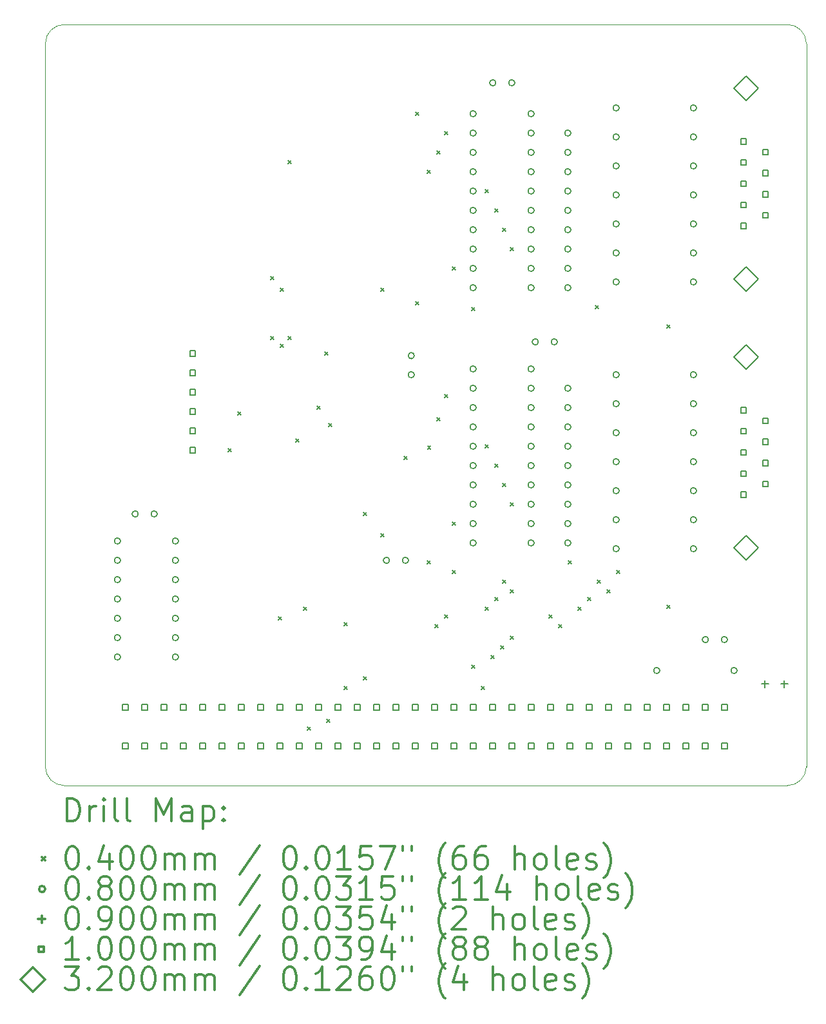
<source format=gbr>
%FSLAX45Y45*%
G04 Gerber Fmt 4.5, Leading zero omitted, Abs format (unit mm)*
G04 Created by KiCad (PCBNEW (5.1.10)-1) date 2021-07-30 10:40:08*
%MOMM*%
%LPD*%
G01*
G04 APERTURE LIST*
%TA.AperFunction,Profile*%
%ADD10C,0.050000*%
%TD*%
%ADD11C,0.200000*%
%ADD12C,0.300000*%
G04 APERTURE END LIST*
D10*
X20000000Y-14750000D02*
X20000000Y-5250000D01*
X10250000Y-15000000D02*
X19750000Y-15000000D01*
X10000000Y-5250000D02*
X10000000Y-14750000D01*
X19750000Y-5000000D02*
X10250000Y-5000000D01*
X10250000Y-15000000D02*
G75*
G02*
X10000000Y-14750000I0J250000D01*
G01*
X10000000Y-5250000D02*
G75*
G02*
X10250000Y-5000000I250000J0D01*
G01*
X19750000Y-5000000D02*
G75*
G02*
X20000000Y-5250000I0J-250000D01*
G01*
X20000000Y-14750000D02*
G75*
G02*
X19750000Y-15000000I-250000J0D01*
G01*
D11*
X12400600Y-10571800D02*
X12440600Y-10611800D01*
X12440600Y-10571800D02*
X12400600Y-10611800D01*
X12527600Y-10089200D02*
X12567600Y-10129200D01*
X12567600Y-10089200D02*
X12527600Y-10129200D01*
X12959400Y-8311200D02*
X12999400Y-8351200D01*
X12999400Y-8311200D02*
X12959400Y-8351200D01*
X12959400Y-9098600D02*
X12999400Y-9138600D01*
X12999400Y-9098600D02*
X12959400Y-9138600D01*
X13061000Y-12781600D02*
X13101000Y-12821600D01*
X13101000Y-12781600D02*
X13061000Y-12821600D01*
X13086400Y-8463601D02*
X13126400Y-8503601D01*
X13126400Y-8463601D02*
X13086400Y-8503601D01*
X13086400Y-9200200D02*
X13126400Y-9240200D01*
X13126400Y-9200200D02*
X13086400Y-9240200D01*
X13188000Y-6787200D02*
X13228000Y-6827200D01*
X13228000Y-6787200D02*
X13188000Y-6827200D01*
X13188000Y-9098600D02*
X13228000Y-9138600D01*
X13228000Y-9098600D02*
X13188000Y-9138600D01*
X13289600Y-10444800D02*
X13329600Y-10484800D01*
X13329600Y-10444800D02*
X13289600Y-10484800D01*
X13391200Y-12654600D02*
X13431200Y-12694600D01*
X13431200Y-12654600D02*
X13391200Y-12694600D01*
X13442000Y-14229400D02*
X13482000Y-14269400D01*
X13482000Y-14229400D02*
X13442000Y-14269400D01*
X13569000Y-10013001D02*
X13609000Y-10053001D01*
X13609000Y-10013001D02*
X13569000Y-10053001D01*
X13670600Y-9301800D02*
X13710600Y-9341800D01*
X13710600Y-9301800D02*
X13670600Y-9341800D01*
X13696000Y-14127800D02*
X13736000Y-14167800D01*
X13736000Y-14127800D02*
X13696000Y-14167800D01*
X13721400Y-10241600D02*
X13761400Y-10281600D01*
X13761400Y-10241600D02*
X13721400Y-10281600D01*
X13924600Y-12857800D02*
X13964600Y-12897800D01*
X13964600Y-12857800D02*
X13924600Y-12897800D01*
X13924600Y-13696000D02*
X13964600Y-13736000D01*
X13964600Y-13696000D02*
X13924600Y-13736000D01*
X14178600Y-11410000D02*
X14218600Y-11450000D01*
X14218600Y-11410000D02*
X14178600Y-11450000D01*
X14178600Y-13569000D02*
X14218600Y-13609000D01*
X14218600Y-13569000D02*
X14178600Y-13609000D01*
X14407200Y-8463600D02*
X14447200Y-8503600D01*
X14447200Y-8463600D02*
X14407200Y-8503600D01*
X14407200Y-11689400D02*
X14447200Y-11729400D01*
X14447200Y-11689400D02*
X14407200Y-11729400D01*
X14712000Y-10673400D02*
X14752000Y-10713400D01*
X14752000Y-10673400D02*
X14712000Y-10713400D01*
X14864400Y-6152200D02*
X14904400Y-6192200D01*
X14904400Y-6152200D02*
X14864400Y-6192200D01*
X14864400Y-8641400D02*
X14904400Y-8681400D01*
X14904400Y-8641400D02*
X14864400Y-8681400D01*
X15016800Y-6914200D02*
X15056800Y-6954200D01*
X15056800Y-6914200D02*
X15016800Y-6954200D01*
X15016800Y-12045000D02*
X15056800Y-12085000D01*
X15056800Y-12045000D02*
X15016800Y-12085000D01*
X15022800Y-10540400D02*
X15062800Y-10580400D01*
X15062800Y-10540400D02*
X15022800Y-10580400D01*
X15118400Y-12883200D02*
X15158400Y-12923200D01*
X15158400Y-12883200D02*
X15118400Y-12923200D01*
X15143800Y-6660200D02*
X15183800Y-6700200D01*
X15183800Y-6660200D02*
X15143800Y-6700200D01*
X15143800Y-10165400D02*
X15183800Y-10205400D01*
X15183800Y-10165400D02*
X15143800Y-10205400D01*
X15245400Y-6406200D02*
X15285400Y-6446200D01*
X15285400Y-6406200D02*
X15245400Y-6446200D01*
X15245400Y-9860600D02*
X15285400Y-9900600D01*
X15285400Y-9860600D02*
X15245400Y-9900600D01*
X15245400Y-12756200D02*
X15285400Y-12796200D01*
X15285400Y-12756200D02*
X15245400Y-12796200D01*
X15347000Y-8184200D02*
X15387000Y-8224200D01*
X15387000Y-8184200D02*
X15347000Y-8224200D01*
X15347000Y-11537000D02*
X15387000Y-11577000D01*
X15387000Y-11537000D02*
X15347000Y-11577000D01*
X15347000Y-12172000D02*
X15387000Y-12212000D01*
X15387000Y-12172000D02*
X15347000Y-12212000D01*
X15601000Y-8717600D02*
X15641000Y-8757600D01*
X15641000Y-8717600D02*
X15601000Y-8757600D01*
X15601000Y-13416600D02*
X15641000Y-13456600D01*
X15641000Y-13416600D02*
X15601000Y-13456600D01*
X15728000Y-13696000D02*
X15768000Y-13736000D01*
X15768000Y-13696000D02*
X15728000Y-13736000D01*
X15778800Y-7168200D02*
X15818800Y-7208200D01*
X15818800Y-7168200D02*
X15778800Y-7208200D01*
X15778800Y-10521000D02*
X15818800Y-10561000D01*
X15818800Y-10521000D02*
X15778800Y-10561000D01*
X15778800Y-12654600D02*
X15818800Y-12694600D01*
X15818800Y-12654600D02*
X15778800Y-12694600D01*
X15855000Y-13289600D02*
X15895000Y-13329600D01*
X15895000Y-13289600D02*
X15855000Y-13329600D01*
X15905800Y-7422200D02*
X15945800Y-7462200D01*
X15945800Y-7422200D02*
X15905800Y-7462200D01*
X15905800Y-10775000D02*
X15945800Y-10815000D01*
X15945800Y-10775000D02*
X15905800Y-10815000D01*
X15905800Y-12527600D02*
X15945800Y-12567600D01*
X15945800Y-12527600D02*
X15905800Y-12567600D01*
X15982000Y-13162600D02*
X16022000Y-13202600D01*
X16022000Y-13162600D02*
X15982000Y-13202600D01*
X16007400Y-7676200D02*
X16047400Y-7716200D01*
X16047400Y-7676200D02*
X16007400Y-7716200D01*
X16007400Y-11029000D02*
X16047400Y-11069000D01*
X16047400Y-11029000D02*
X16007400Y-11069000D01*
X16007400Y-12299000D02*
X16047400Y-12339000D01*
X16047400Y-12299000D02*
X16007400Y-12339000D01*
X16109000Y-12426000D02*
X16149000Y-12466000D01*
X16149000Y-12426000D02*
X16109000Y-12466000D01*
X16109000Y-7930200D02*
X16149000Y-7970200D01*
X16149000Y-7930200D02*
X16109000Y-7970200D01*
X16109000Y-11283000D02*
X16149000Y-11323000D01*
X16149000Y-11283000D02*
X16109000Y-11323000D01*
X16109000Y-13035600D02*
X16149000Y-13075600D01*
X16149000Y-13035600D02*
X16109000Y-13075600D01*
X16617000Y-12756200D02*
X16657000Y-12796200D01*
X16657000Y-12756200D02*
X16617000Y-12796200D01*
X16744000Y-12883200D02*
X16784000Y-12923200D01*
X16784000Y-12883200D02*
X16744000Y-12923200D01*
X16871000Y-12045000D02*
X16911000Y-12085000D01*
X16911000Y-12045000D02*
X16871000Y-12085000D01*
X16998000Y-12654600D02*
X17038000Y-12694600D01*
X17038000Y-12654600D02*
X16998000Y-12694600D01*
X17125000Y-12527600D02*
X17165000Y-12567600D01*
X17165000Y-12527600D02*
X17125000Y-12567600D01*
X17226600Y-8692200D02*
X17266600Y-8732200D01*
X17266600Y-8692200D02*
X17226600Y-8732200D01*
X17251999Y-12299000D02*
X17291999Y-12339000D01*
X17291999Y-12299000D02*
X17251999Y-12339000D01*
X17379000Y-12426000D02*
X17419000Y-12466000D01*
X17419000Y-12426000D02*
X17379000Y-12466000D01*
X17506000Y-12172000D02*
X17546000Y-12212000D01*
X17546000Y-12172000D02*
X17506000Y-12212000D01*
X18166400Y-8946200D02*
X18206400Y-8986200D01*
X18206400Y-8946200D02*
X18166400Y-8986200D01*
X18166400Y-12629200D02*
X18206400Y-12669200D01*
X18206400Y-12629200D02*
X18166400Y-12669200D01*
X10987400Y-11785600D02*
G75*
G03*
X10987400Y-11785600I-40000J0D01*
G01*
X10987400Y-12039600D02*
G75*
G03*
X10987400Y-12039600I-40000J0D01*
G01*
X10987400Y-12293600D02*
G75*
G03*
X10987400Y-12293600I-40000J0D01*
G01*
X10987400Y-12547600D02*
G75*
G03*
X10987400Y-12547600I-40000J0D01*
G01*
X10987400Y-12801600D02*
G75*
G03*
X10987400Y-12801600I-40000J0D01*
G01*
X10987400Y-13055600D02*
G75*
G03*
X10987400Y-13055600I-40000J0D01*
G01*
X10987400Y-13309600D02*
G75*
G03*
X10987400Y-13309600I-40000J0D01*
G01*
X11220000Y-11430000D02*
G75*
G03*
X11220000Y-11430000I-40000J0D01*
G01*
X11470000Y-11430000D02*
G75*
G03*
X11470000Y-11430000I-40000J0D01*
G01*
X11749400Y-11785600D02*
G75*
G03*
X11749400Y-11785600I-40000J0D01*
G01*
X11749400Y-12039600D02*
G75*
G03*
X11749400Y-12039600I-40000J0D01*
G01*
X11749400Y-12293600D02*
G75*
G03*
X11749400Y-12293600I-40000J0D01*
G01*
X11749400Y-12547600D02*
G75*
G03*
X11749400Y-12547600I-40000J0D01*
G01*
X11749400Y-12801600D02*
G75*
G03*
X11749400Y-12801600I-40000J0D01*
G01*
X11749400Y-13055600D02*
G75*
G03*
X11749400Y-13055600I-40000J0D01*
G01*
X11749400Y-13309600D02*
G75*
G03*
X11749400Y-13309600I-40000J0D01*
G01*
X14522000Y-12039600D02*
G75*
G03*
X14522000Y-12039600I-40000J0D01*
G01*
X14772000Y-12039600D02*
G75*
G03*
X14772000Y-12039600I-40000J0D01*
G01*
X14848200Y-9351200D02*
G75*
G03*
X14848200Y-9351200I-40000J0D01*
G01*
X14848200Y-9601200D02*
G75*
G03*
X14848200Y-9601200I-40000J0D01*
G01*
X15661000Y-6172200D02*
G75*
G03*
X15661000Y-6172200I-40000J0D01*
G01*
X15661000Y-6426200D02*
G75*
G03*
X15661000Y-6426200I-40000J0D01*
G01*
X15661000Y-6680200D02*
G75*
G03*
X15661000Y-6680200I-40000J0D01*
G01*
X15661000Y-6934200D02*
G75*
G03*
X15661000Y-6934200I-40000J0D01*
G01*
X15661000Y-7188200D02*
G75*
G03*
X15661000Y-7188200I-40000J0D01*
G01*
X15661000Y-7442200D02*
G75*
G03*
X15661000Y-7442200I-40000J0D01*
G01*
X15661000Y-7696200D02*
G75*
G03*
X15661000Y-7696200I-40000J0D01*
G01*
X15661000Y-7950200D02*
G75*
G03*
X15661000Y-7950200I-40000J0D01*
G01*
X15661000Y-8204200D02*
G75*
G03*
X15661000Y-8204200I-40000J0D01*
G01*
X15661000Y-8458200D02*
G75*
G03*
X15661000Y-8458200I-40000J0D01*
G01*
X15661000Y-9525000D02*
G75*
G03*
X15661000Y-9525000I-40000J0D01*
G01*
X15661000Y-9779000D02*
G75*
G03*
X15661000Y-9779000I-40000J0D01*
G01*
X15661000Y-10033000D02*
G75*
G03*
X15661000Y-10033000I-40000J0D01*
G01*
X15661000Y-10287000D02*
G75*
G03*
X15661000Y-10287000I-40000J0D01*
G01*
X15661000Y-10541000D02*
G75*
G03*
X15661000Y-10541000I-40000J0D01*
G01*
X15661000Y-10795000D02*
G75*
G03*
X15661000Y-10795000I-40000J0D01*
G01*
X15661000Y-11049000D02*
G75*
G03*
X15661000Y-11049000I-40000J0D01*
G01*
X15661000Y-11303000D02*
G75*
G03*
X15661000Y-11303000I-40000J0D01*
G01*
X15661000Y-11557000D02*
G75*
G03*
X15661000Y-11557000I-40000J0D01*
G01*
X15661000Y-11811000D02*
G75*
G03*
X15661000Y-11811000I-40000J0D01*
G01*
X15919000Y-5765800D02*
G75*
G03*
X15919000Y-5765800I-40000J0D01*
G01*
X16169000Y-5765800D02*
G75*
G03*
X16169000Y-5765800I-40000J0D01*
G01*
X16423000Y-6172200D02*
G75*
G03*
X16423000Y-6172200I-40000J0D01*
G01*
X16423000Y-6426200D02*
G75*
G03*
X16423000Y-6426200I-40000J0D01*
G01*
X16423000Y-6680200D02*
G75*
G03*
X16423000Y-6680200I-40000J0D01*
G01*
X16423000Y-6934200D02*
G75*
G03*
X16423000Y-6934200I-40000J0D01*
G01*
X16423000Y-7188200D02*
G75*
G03*
X16423000Y-7188200I-40000J0D01*
G01*
X16423000Y-7442200D02*
G75*
G03*
X16423000Y-7442200I-40000J0D01*
G01*
X16423000Y-7696200D02*
G75*
G03*
X16423000Y-7696200I-40000J0D01*
G01*
X16423000Y-7950200D02*
G75*
G03*
X16423000Y-7950200I-40000J0D01*
G01*
X16423000Y-8204200D02*
G75*
G03*
X16423000Y-8204200I-40000J0D01*
G01*
X16423000Y-8458200D02*
G75*
G03*
X16423000Y-8458200I-40000J0D01*
G01*
X16423000Y-9525000D02*
G75*
G03*
X16423000Y-9525000I-40000J0D01*
G01*
X16423000Y-9779000D02*
G75*
G03*
X16423000Y-9779000I-40000J0D01*
G01*
X16423000Y-10033000D02*
G75*
G03*
X16423000Y-10033000I-40000J0D01*
G01*
X16423000Y-10287000D02*
G75*
G03*
X16423000Y-10287000I-40000J0D01*
G01*
X16423000Y-10541000D02*
G75*
G03*
X16423000Y-10541000I-40000J0D01*
G01*
X16423000Y-10795000D02*
G75*
G03*
X16423000Y-10795000I-40000J0D01*
G01*
X16423000Y-11049000D02*
G75*
G03*
X16423000Y-11049000I-40000J0D01*
G01*
X16423000Y-11303000D02*
G75*
G03*
X16423000Y-11303000I-40000J0D01*
G01*
X16423000Y-11557000D02*
G75*
G03*
X16423000Y-11557000I-40000J0D01*
G01*
X16423000Y-11811000D02*
G75*
G03*
X16423000Y-11811000I-40000J0D01*
G01*
X16477800Y-9169400D02*
G75*
G03*
X16477800Y-9169400I-40000J0D01*
G01*
X16727800Y-9169400D02*
G75*
G03*
X16727800Y-9169400I-40000J0D01*
G01*
X16905600Y-6426200D02*
G75*
G03*
X16905600Y-6426200I-40000J0D01*
G01*
X16905600Y-6680200D02*
G75*
G03*
X16905600Y-6680200I-40000J0D01*
G01*
X16905600Y-6934200D02*
G75*
G03*
X16905600Y-6934200I-40000J0D01*
G01*
X16905600Y-7188200D02*
G75*
G03*
X16905600Y-7188200I-40000J0D01*
G01*
X16905600Y-7442200D02*
G75*
G03*
X16905600Y-7442200I-40000J0D01*
G01*
X16905600Y-7696200D02*
G75*
G03*
X16905600Y-7696200I-40000J0D01*
G01*
X16905600Y-7950200D02*
G75*
G03*
X16905600Y-7950200I-40000J0D01*
G01*
X16905600Y-8204200D02*
G75*
G03*
X16905600Y-8204200I-40000J0D01*
G01*
X16905600Y-8458200D02*
G75*
G03*
X16905600Y-8458200I-40000J0D01*
G01*
X16905600Y-9779000D02*
G75*
G03*
X16905600Y-9779000I-40000J0D01*
G01*
X16905600Y-10033000D02*
G75*
G03*
X16905600Y-10033000I-40000J0D01*
G01*
X16905600Y-10287000D02*
G75*
G03*
X16905600Y-10287000I-40000J0D01*
G01*
X16905600Y-10541000D02*
G75*
G03*
X16905600Y-10541000I-40000J0D01*
G01*
X16905600Y-10795000D02*
G75*
G03*
X16905600Y-10795000I-40000J0D01*
G01*
X16905600Y-11049000D02*
G75*
G03*
X16905600Y-11049000I-40000J0D01*
G01*
X16905600Y-11303000D02*
G75*
G03*
X16905600Y-11303000I-40000J0D01*
G01*
X16905600Y-11557000D02*
G75*
G03*
X16905600Y-11557000I-40000J0D01*
G01*
X16905600Y-11811000D02*
G75*
G03*
X16905600Y-11811000I-40000J0D01*
G01*
X17540600Y-6096000D02*
G75*
G03*
X17540600Y-6096000I-40000J0D01*
G01*
X17540600Y-6477000D02*
G75*
G03*
X17540600Y-6477000I-40000J0D01*
G01*
X17540600Y-6858000D02*
G75*
G03*
X17540600Y-6858000I-40000J0D01*
G01*
X17540600Y-7239000D02*
G75*
G03*
X17540600Y-7239000I-40000J0D01*
G01*
X17540600Y-7620000D02*
G75*
G03*
X17540600Y-7620000I-40000J0D01*
G01*
X17540600Y-8001000D02*
G75*
G03*
X17540600Y-8001000I-40000J0D01*
G01*
X17540600Y-8382000D02*
G75*
G03*
X17540600Y-8382000I-40000J0D01*
G01*
X17540600Y-9601200D02*
G75*
G03*
X17540600Y-9601200I-40000J0D01*
G01*
X17540600Y-9982200D02*
G75*
G03*
X17540600Y-9982200I-40000J0D01*
G01*
X17540600Y-10363200D02*
G75*
G03*
X17540600Y-10363200I-40000J0D01*
G01*
X17540600Y-10744200D02*
G75*
G03*
X17540600Y-10744200I-40000J0D01*
G01*
X17540600Y-11125200D02*
G75*
G03*
X17540600Y-11125200I-40000J0D01*
G01*
X17540600Y-11506200D02*
G75*
G03*
X17540600Y-11506200I-40000J0D01*
G01*
X17540600Y-11887200D02*
G75*
G03*
X17540600Y-11887200I-40000J0D01*
G01*
X18074000Y-13487400D02*
G75*
G03*
X18074000Y-13487400I-40000J0D01*
G01*
X18556600Y-6096000D02*
G75*
G03*
X18556600Y-6096000I-40000J0D01*
G01*
X18556600Y-6477000D02*
G75*
G03*
X18556600Y-6477000I-40000J0D01*
G01*
X18556600Y-6858000D02*
G75*
G03*
X18556600Y-6858000I-40000J0D01*
G01*
X18556600Y-7239000D02*
G75*
G03*
X18556600Y-7239000I-40000J0D01*
G01*
X18556600Y-7620000D02*
G75*
G03*
X18556600Y-7620000I-40000J0D01*
G01*
X18556600Y-8001000D02*
G75*
G03*
X18556600Y-8001000I-40000J0D01*
G01*
X18556600Y-8382000D02*
G75*
G03*
X18556600Y-8382000I-40000J0D01*
G01*
X18556600Y-9601200D02*
G75*
G03*
X18556600Y-9601200I-40000J0D01*
G01*
X18556600Y-9982200D02*
G75*
G03*
X18556600Y-9982200I-40000J0D01*
G01*
X18556600Y-10363200D02*
G75*
G03*
X18556600Y-10363200I-40000J0D01*
G01*
X18556600Y-10744200D02*
G75*
G03*
X18556600Y-10744200I-40000J0D01*
G01*
X18556600Y-11125200D02*
G75*
G03*
X18556600Y-11125200I-40000J0D01*
G01*
X18556600Y-11506200D02*
G75*
G03*
X18556600Y-11506200I-40000J0D01*
G01*
X18556600Y-11887200D02*
G75*
G03*
X18556600Y-11887200I-40000J0D01*
G01*
X18713000Y-13081000D02*
G75*
G03*
X18713000Y-13081000I-40000J0D01*
G01*
X18963000Y-13081000D02*
G75*
G03*
X18963000Y-13081000I-40000J0D01*
G01*
X19090000Y-13487400D02*
G75*
G03*
X19090000Y-13487400I-40000J0D01*
G01*
X19456400Y-13620200D02*
X19456400Y-13710200D01*
X19411400Y-13665200D02*
X19501400Y-13665200D01*
X19710400Y-13620200D02*
X19710400Y-13710200D01*
X19665400Y-13665200D02*
X19755400Y-13665200D01*
X11086156Y-14007356D02*
X11086156Y-13936644D01*
X11015444Y-13936644D01*
X11015444Y-14007356D01*
X11086156Y-14007356D01*
X11086156Y-14515356D02*
X11086156Y-14444644D01*
X11015444Y-14444644D01*
X11015444Y-14515356D01*
X11086156Y-14515356D01*
X11340156Y-14007356D02*
X11340156Y-13936644D01*
X11269444Y-13936644D01*
X11269444Y-14007356D01*
X11340156Y-14007356D01*
X11340156Y-14515356D02*
X11340156Y-14444644D01*
X11269444Y-14444644D01*
X11269444Y-14515356D01*
X11340156Y-14515356D01*
X11594156Y-14007356D02*
X11594156Y-13936644D01*
X11523444Y-13936644D01*
X11523444Y-14007356D01*
X11594156Y-14007356D01*
X11594156Y-14515356D02*
X11594156Y-14444644D01*
X11523444Y-14444644D01*
X11523444Y-14515356D01*
X11594156Y-14515356D01*
X11848156Y-14007356D02*
X11848156Y-13936644D01*
X11777444Y-13936644D01*
X11777444Y-14007356D01*
X11848156Y-14007356D01*
X11848156Y-14515356D02*
X11848156Y-14444644D01*
X11777444Y-14444644D01*
X11777444Y-14515356D01*
X11848156Y-14515356D01*
X11973356Y-9357156D02*
X11973356Y-9286444D01*
X11902644Y-9286444D01*
X11902644Y-9357156D01*
X11973356Y-9357156D01*
X11973356Y-9611156D02*
X11973356Y-9540444D01*
X11902644Y-9540444D01*
X11902644Y-9611156D01*
X11973356Y-9611156D01*
X11973356Y-9865156D02*
X11973356Y-9794444D01*
X11902644Y-9794444D01*
X11902644Y-9865156D01*
X11973356Y-9865156D01*
X11973356Y-10119156D02*
X11973356Y-10048444D01*
X11902644Y-10048444D01*
X11902644Y-10119156D01*
X11973356Y-10119156D01*
X11973356Y-10373156D02*
X11973356Y-10302444D01*
X11902644Y-10302444D01*
X11902644Y-10373156D01*
X11973356Y-10373156D01*
X11973356Y-10627156D02*
X11973356Y-10556444D01*
X11902644Y-10556444D01*
X11902644Y-10627156D01*
X11973356Y-10627156D01*
X12102156Y-14007356D02*
X12102156Y-13936644D01*
X12031444Y-13936644D01*
X12031444Y-14007356D01*
X12102156Y-14007356D01*
X12102156Y-14515356D02*
X12102156Y-14444644D01*
X12031444Y-14444644D01*
X12031444Y-14515356D01*
X12102156Y-14515356D01*
X12356156Y-14007356D02*
X12356156Y-13936644D01*
X12285444Y-13936644D01*
X12285444Y-14007356D01*
X12356156Y-14007356D01*
X12356156Y-14515356D02*
X12356156Y-14444644D01*
X12285444Y-14444644D01*
X12285444Y-14515356D01*
X12356156Y-14515356D01*
X12610156Y-14007356D02*
X12610156Y-13936644D01*
X12539444Y-13936644D01*
X12539444Y-14007356D01*
X12610156Y-14007356D01*
X12610156Y-14515356D02*
X12610156Y-14444644D01*
X12539444Y-14444644D01*
X12539444Y-14515356D01*
X12610156Y-14515356D01*
X12864156Y-14007356D02*
X12864156Y-13936644D01*
X12793444Y-13936644D01*
X12793444Y-14007356D01*
X12864156Y-14007356D01*
X12864156Y-14515356D02*
X12864156Y-14444644D01*
X12793444Y-14444644D01*
X12793444Y-14515356D01*
X12864156Y-14515356D01*
X13118156Y-14007356D02*
X13118156Y-13936644D01*
X13047444Y-13936644D01*
X13047444Y-14007356D01*
X13118156Y-14007356D01*
X13118156Y-14515356D02*
X13118156Y-14444644D01*
X13047444Y-14444644D01*
X13047444Y-14515356D01*
X13118156Y-14515356D01*
X13372156Y-14007356D02*
X13372156Y-13936644D01*
X13301444Y-13936644D01*
X13301444Y-14007356D01*
X13372156Y-14007356D01*
X13372156Y-14515356D02*
X13372156Y-14444644D01*
X13301444Y-14444644D01*
X13301444Y-14515356D01*
X13372156Y-14515356D01*
X13626156Y-14007356D02*
X13626156Y-13936644D01*
X13555444Y-13936644D01*
X13555444Y-14007356D01*
X13626156Y-14007356D01*
X13626156Y-14515356D02*
X13626156Y-14444644D01*
X13555444Y-14444644D01*
X13555444Y-14515356D01*
X13626156Y-14515356D01*
X13880156Y-14007356D02*
X13880156Y-13936644D01*
X13809444Y-13936644D01*
X13809444Y-14007356D01*
X13880156Y-14007356D01*
X13880156Y-14515356D02*
X13880156Y-14444644D01*
X13809444Y-14444644D01*
X13809444Y-14515356D01*
X13880156Y-14515356D01*
X14134156Y-14007356D02*
X14134156Y-13936644D01*
X14063444Y-13936644D01*
X14063444Y-14007356D01*
X14134156Y-14007356D01*
X14134156Y-14515356D02*
X14134156Y-14444644D01*
X14063444Y-14444644D01*
X14063444Y-14515356D01*
X14134156Y-14515356D01*
X14388156Y-14007356D02*
X14388156Y-13936644D01*
X14317444Y-13936644D01*
X14317444Y-14007356D01*
X14388156Y-14007356D01*
X14388156Y-14515356D02*
X14388156Y-14444644D01*
X14317444Y-14444644D01*
X14317444Y-14515356D01*
X14388156Y-14515356D01*
X14642156Y-14007356D02*
X14642156Y-13936644D01*
X14571444Y-13936644D01*
X14571444Y-14007356D01*
X14642156Y-14007356D01*
X14642156Y-14515356D02*
X14642156Y-14444644D01*
X14571444Y-14444644D01*
X14571444Y-14515356D01*
X14642156Y-14515356D01*
X14896156Y-14007356D02*
X14896156Y-13936644D01*
X14825444Y-13936644D01*
X14825444Y-14007356D01*
X14896156Y-14007356D01*
X14896156Y-14515356D02*
X14896156Y-14444644D01*
X14825444Y-14444644D01*
X14825444Y-14515356D01*
X14896156Y-14515356D01*
X15150156Y-14007356D02*
X15150156Y-13936644D01*
X15079444Y-13936644D01*
X15079444Y-14007356D01*
X15150156Y-14007356D01*
X15150156Y-14515356D02*
X15150156Y-14444644D01*
X15079444Y-14444644D01*
X15079444Y-14515356D01*
X15150156Y-14515356D01*
X15404156Y-14007356D02*
X15404156Y-13936644D01*
X15333444Y-13936644D01*
X15333444Y-14007356D01*
X15404156Y-14007356D01*
X15404156Y-14515356D02*
X15404156Y-14444644D01*
X15333444Y-14444644D01*
X15333444Y-14515356D01*
X15404156Y-14515356D01*
X15658156Y-14007356D02*
X15658156Y-13936644D01*
X15587444Y-13936644D01*
X15587444Y-14007356D01*
X15658156Y-14007356D01*
X15658156Y-14515356D02*
X15658156Y-14444644D01*
X15587444Y-14444644D01*
X15587444Y-14515356D01*
X15658156Y-14515356D01*
X15912156Y-14007356D02*
X15912156Y-13936644D01*
X15841444Y-13936644D01*
X15841444Y-14007356D01*
X15912156Y-14007356D01*
X15912156Y-14515356D02*
X15912156Y-14444644D01*
X15841444Y-14444644D01*
X15841444Y-14515356D01*
X15912156Y-14515356D01*
X16166156Y-14007356D02*
X16166156Y-13936644D01*
X16095444Y-13936644D01*
X16095444Y-14007356D01*
X16166156Y-14007356D01*
X16166156Y-14515356D02*
X16166156Y-14444644D01*
X16095444Y-14444644D01*
X16095444Y-14515356D01*
X16166156Y-14515356D01*
X16420156Y-14007356D02*
X16420156Y-13936644D01*
X16349444Y-13936644D01*
X16349444Y-14007356D01*
X16420156Y-14007356D01*
X16420156Y-14515356D02*
X16420156Y-14444644D01*
X16349444Y-14444644D01*
X16349444Y-14515356D01*
X16420156Y-14515356D01*
X16674156Y-14007356D02*
X16674156Y-13936644D01*
X16603444Y-13936644D01*
X16603444Y-14007356D01*
X16674156Y-14007356D01*
X16674156Y-14515356D02*
X16674156Y-14444644D01*
X16603444Y-14444644D01*
X16603444Y-14515356D01*
X16674156Y-14515356D01*
X16928156Y-14007356D02*
X16928156Y-13936644D01*
X16857444Y-13936644D01*
X16857444Y-14007356D01*
X16928156Y-14007356D01*
X16928156Y-14515356D02*
X16928156Y-14444644D01*
X16857444Y-14444644D01*
X16857444Y-14515356D01*
X16928156Y-14515356D01*
X17182156Y-14007356D02*
X17182156Y-13936644D01*
X17111444Y-13936644D01*
X17111444Y-14007356D01*
X17182156Y-14007356D01*
X17182156Y-14515356D02*
X17182156Y-14444644D01*
X17111444Y-14444644D01*
X17111444Y-14515356D01*
X17182156Y-14515356D01*
X17436156Y-14007356D02*
X17436156Y-13936644D01*
X17365444Y-13936644D01*
X17365444Y-14007356D01*
X17436156Y-14007356D01*
X17436156Y-14515356D02*
X17436156Y-14444644D01*
X17365444Y-14444644D01*
X17365444Y-14515356D01*
X17436156Y-14515356D01*
X17690156Y-14007356D02*
X17690156Y-13936644D01*
X17619444Y-13936644D01*
X17619444Y-14007356D01*
X17690156Y-14007356D01*
X17690156Y-14515356D02*
X17690156Y-14444644D01*
X17619444Y-14444644D01*
X17619444Y-14515356D01*
X17690156Y-14515356D01*
X17944156Y-14007356D02*
X17944156Y-13936644D01*
X17873444Y-13936644D01*
X17873444Y-14007356D01*
X17944156Y-14007356D01*
X17944156Y-14515356D02*
X17944156Y-14444644D01*
X17873444Y-14444644D01*
X17873444Y-14515356D01*
X17944156Y-14515356D01*
X18198156Y-14007356D02*
X18198156Y-13936644D01*
X18127444Y-13936644D01*
X18127444Y-14007356D01*
X18198156Y-14007356D01*
X18198156Y-14515356D02*
X18198156Y-14444644D01*
X18127444Y-14444644D01*
X18127444Y-14515356D01*
X18198156Y-14515356D01*
X18452156Y-14007356D02*
X18452156Y-13936644D01*
X18381444Y-13936644D01*
X18381444Y-14007356D01*
X18452156Y-14007356D01*
X18452156Y-14515356D02*
X18452156Y-14444644D01*
X18381444Y-14444644D01*
X18381444Y-14515356D01*
X18452156Y-14515356D01*
X18706156Y-14007356D02*
X18706156Y-13936644D01*
X18635444Y-13936644D01*
X18635444Y-14007356D01*
X18706156Y-14007356D01*
X18706156Y-14515356D02*
X18706156Y-14444644D01*
X18635444Y-14444644D01*
X18635444Y-14515356D01*
X18706156Y-14515356D01*
X18960156Y-14007356D02*
X18960156Y-13936644D01*
X18889444Y-13936644D01*
X18889444Y-14007356D01*
X18960156Y-14007356D01*
X18960156Y-14515356D02*
X18960156Y-14444644D01*
X18889444Y-14444644D01*
X18889444Y-14515356D01*
X18960156Y-14515356D01*
X19212356Y-6572756D02*
X19212356Y-6502044D01*
X19141644Y-6502044D01*
X19141644Y-6572756D01*
X19212356Y-6572756D01*
X19212356Y-6849756D02*
X19212356Y-6779044D01*
X19141644Y-6779044D01*
X19141644Y-6849756D01*
X19212356Y-6849756D01*
X19212356Y-7126756D02*
X19212356Y-7056044D01*
X19141644Y-7056044D01*
X19141644Y-7126756D01*
X19212356Y-7126756D01*
X19212356Y-7403756D02*
X19212356Y-7333044D01*
X19141644Y-7333044D01*
X19141644Y-7403756D01*
X19212356Y-7403756D01*
X19212356Y-7680756D02*
X19212356Y-7610044D01*
X19141644Y-7610044D01*
X19141644Y-7680756D01*
X19212356Y-7680756D01*
X19212356Y-10103356D02*
X19212356Y-10032644D01*
X19141644Y-10032644D01*
X19141644Y-10103356D01*
X19212356Y-10103356D01*
X19212356Y-10380356D02*
X19212356Y-10309644D01*
X19141644Y-10309644D01*
X19141644Y-10380356D01*
X19212356Y-10380356D01*
X19212356Y-10657356D02*
X19212356Y-10586644D01*
X19141644Y-10586644D01*
X19141644Y-10657356D01*
X19212356Y-10657356D01*
X19212356Y-10934356D02*
X19212356Y-10863644D01*
X19141644Y-10863644D01*
X19141644Y-10934356D01*
X19212356Y-10934356D01*
X19212356Y-11211356D02*
X19212356Y-11140644D01*
X19141644Y-11140644D01*
X19141644Y-11211356D01*
X19212356Y-11211356D01*
X19496356Y-6711256D02*
X19496356Y-6640544D01*
X19425644Y-6640544D01*
X19425644Y-6711256D01*
X19496356Y-6711256D01*
X19496356Y-6988256D02*
X19496356Y-6917544D01*
X19425644Y-6917544D01*
X19425644Y-6988256D01*
X19496356Y-6988256D01*
X19496356Y-7265256D02*
X19496356Y-7194544D01*
X19425644Y-7194544D01*
X19425644Y-7265256D01*
X19496356Y-7265256D01*
X19496356Y-7542256D02*
X19496356Y-7471544D01*
X19425644Y-7471544D01*
X19425644Y-7542256D01*
X19496356Y-7542256D01*
X19496356Y-10241856D02*
X19496356Y-10171144D01*
X19425644Y-10171144D01*
X19425644Y-10241856D01*
X19496356Y-10241856D01*
X19496356Y-10518856D02*
X19496356Y-10448144D01*
X19425644Y-10448144D01*
X19425644Y-10518856D01*
X19496356Y-10518856D01*
X19496356Y-10795856D02*
X19496356Y-10725144D01*
X19425644Y-10725144D01*
X19425644Y-10795856D01*
X19496356Y-10795856D01*
X19496356Y-11072856D02*
X19496356Y-11002144D01*
X19425644Y-11002144D01*
X19425644Y-11072856D01*
X19496356Y-11072856D01*
X19207000Y-6001400D02*
X19367000Y-5841400D01*
X19207000Y-5681400D01*
X19047000Y-5841400D01*
X19207000Y-6001400D01*
X19207000Y-8501400D02*
X19367000Y-8341400D01*
X19207000Y-8181400D01*
X19047000Y-8341400D01*
X19207000Y-8501400D01*
X19207000Y-9532000D02*
X19367000Y-9372000D01*
X19207000Y-9212000D01*
X19047000Y-9372000D01*
X19207000Y-9532000D01*
X19207000Y-12032000D02*
X19367000Y-11872000D01*
X19207000Y-11712000D01*
X19047000Y-11872000D01*
X19207000Y-12032000D01*
D12*
X10283928Y-15468214D02*
X10283928Y-15168214D01*
X10355357Y-15168214D01*
X10398214Y-15182500D01*
X10426786Y-15211071D01*
X10441071Y-15239643D01*
X10455357Y-15296786D01*
X10455357Y-15339643D01*
X10441071Y-15396786D01*
X10426786Y-15425357D01*
X10398214Y-15453929D01*
X10355357Y-15468214D01*
X10283928Y-15468214D01*
X10583928Y-15468214D02*
X10583928Y-15268214D01*
X10583928Y-15325357D02*
X10598214Y-15296786D01*
X10612500Y-15282500D01*
X10641071Y-15268214D01*
X10669643Y-15268214D01*
X10769643Y-15468214D02*
X10769643Y-15268214D01*
X10769643Y-15168214D02*
X10755357Y-15182500D01*
X10769643Y-15196786D01*
X10783928Y-15182500D01*
X10769643Y-15168214D01*
X10769643Y-15196786D01*
X10955357Y-15468214D02*
X10926786Y-15453929D01*
X10912500Y-15425357D01*
X10912500Y-15168214D01*
X11112500Y-15468214D02*
X11083928Y-15453929D01*
X11069643Y-15425357D01*
X11069643Y-15168214D01*
X11455357Y-15468214D02*
X11455357Y-15168214D01*
X11555357Y-15382500D01*
X11655357Y-15168214D01*
X11655357Y-15468214D01*
X11926786Y-15468214D02*
X11926786Y-15311071D01*
X11912500Y-15282500D01*
X11883928Y-15268214D01*
X11826786Y-15268214D01*
X11798214Y-15282500D01*
X11926786Y-15453929D02*
X11898214Y-15468214D01*
X11826786Y-15468214D01*
X11798214Y-15453929D01*
X11783928Y-15425357D01*
X11783928Y-15396786D01*
X11798214Y-15368214D01*
X11826786Y-15353929D01*
X11898214Y-15353929D01*
X11926786Y-15339643D01*
X12069643Y-15268214D02*
X12069643Y-15568214D01*
X12069643Y-15282500D02*
X12098214Y-15268214D01*
X12155357Y-15268214D01*
X12183928Y-15282500D01*
X12198214Y-15296786D01*
X12212500Y-15325357D01*
X12212500Y-15411071D01*
X12198214Y-15439643D01*
X12183928Y-15453929D01*
X12155357Y-15468214D01*
X12098214Y-15468214D01*
X12069643Y-15453929D01*
X12341071Y-15439643D02*
X12355357Y-15453929D01*
X12341071Y-15468214D01*
X12326786Y-15453929D01*
X12341071Y-15439643D01*
X12341071Y-15468214D01*
X12341071Y-15282500D02*
X12355357Y-15296786D01*
X12341071Y-15311071D01*
X12326786Y-15296786D01*
X12341071Y-15282500D01*
X12341071Y-15311071D01*
X9957500Y-15942500D02*
X9997500Y-15982500D01*
X9997500Y-15942500D02*
X9957500Y-15982500D01*
X10341071Y-15798214D02*
X10369643Y-15798214D01*
X10398214Y-15812500D01*
X10412500Y-15826786D01*
X10426786Y-15855357D01*
X10441071Y-15912500D01*
X10441071Y-15983929D01*
X10426786Y-16041071D01*
X10412500Y-16069643D01*
X10398214Y-16083929D01*
X10369643Y-16098214D01*
X10341071Y-16098214D01*
X10312500Y-16083929D01*
X10298214Y-16069643D01*
X10283928Y-16041071D01*
X10269643Y-15983929D01*
X10269643Y-15912500D01*
X10283928Y-15855357D01*
X10298214Y-15826786D01*
X10312500Y-15812500D01*
X10341071Y-15798214D01*
X10569643Y-16069643D02*
X10583928Y-16083929D01*
X10569643Y-16098214D01*
X10555357Y-16083929D01*
X10569643Y-16069643D01*
X10569643Y-16098214D01*
X10841071Y-15898214D02*
X10841071Y-16098214D01*
X10769643Y-15783929D02*
X10698214Y-15998214D01*
X10883928Y-15998214D01*
X11055357Y-15798214D02*
X11083928Y-15798214D01*
X11112500Y-15812500D01*
X11126786Y-15826786D01*
X11141071Y-15855357D01*
X11155357Y-15912500D01*
X11155357Y-15983929D01*
X11141071Y-16041071D01*
X11126786Y-16069643D01*
X11112500Y-16083929D01*
X11083928Y-16098214D01*
X11055357Y-16098214D01*
X11026786Y-16083929D01*
X11012500Y-16069643D01*
X10998214Y-16041071D01*
X10983928Y-15983929D01*
X10983928Y-15912500D01*
X10998214Y-15855357D01*
X11012500Y-15826786D01*
X11026786Y-15812500D01*
X11055357Y-15798214D01*
X11341071Y-15798214D02*
X11369643Y-15798214D01*
X11398214Y-15812500D01*
X11412500Y-15826786D01*
X11426786Y-15855357D01*
X11441071Y-15912500D01*
X11441071Y-15983929D01*
X11426786Y-16041071D01*
X11412500Y-16069643D01*
X11398214Y-16083929D01*
X11369643Y-16098214D01*
X11341071Y-16098214D01*
X11312500Y-16083929D01*
X11298214Y-16069643D01*
X11283928Y-16041071D01*
X11269643Y-15983929D01*
X11269643Y-15912500D01*
X11283928Y-15855357D01*
X11298214Y-15826786D01*
X11312500Y-15812500D01*
X11341071Y-15798214D01*
X11569643Y-16098214D02*
X11569643Y-15898214D01*
X11569643Y-15926786D02*
X11583928Y-15912500D01*
X11612500Y-15898214D01*
X11655357Y-15898214D01*
X11683928Y-15912500D01*
X11698214Y-15941071D01*
X11698214Y-16098214D01*
X11698214Y-15941071D02*
X11712500Y-15912500D01*
X11741071Y-15898214D01*
X11783928Y-15898214D01*
X11812500Y-15912500D01*
X11826786Y-15941071D01*
X11826786Y-16098214D01*
X11969643Y-16098214D02*
X11969643Y-15898214D01*
X11969643Y-15926786D02*
X11983928Y-15912500D01*
X12012500Y-15898214D01*
X12055357Y-15898214D01*
X12083928Y-15912500D01*
X12098214Y-15941071D01*
X12098214Y-16098214D01*
X12098214Y-15941071D02*
X12112500Y-15912500D01*
X12141071Y-15898214D01*
X12183928Y-15898214D01*
X12212500Y-15912500D01*
X12226786Y-15941071D01*
X12226786Y-16098214D01*
X12812500Y-15783929D02*
X12555357Y-16169643D01*
X13198214Y-15798214D02*
X13226786Y-15798214D01*
X13255357Y-15812500D01*
X13269643Y-15826786D01*
X13283928Y-15855357D01*
X13298214Y-15912500D01*
X13298214Y-15983929D01*
X13283928Y-16041071D01*
X13269643Y-16069643D01*
X13255357Y-16083929D01*
X13226786Y-16098214D01*
X13198214Y-16098214D01*
X13169643Y-16083929D01*
X13155357Y-16069643D01*
X13141071Y-16041071D01*
X13126786Y-15983929D01*
X13126786Y-15912500D01*
X13141071Y-15855357D01*
X13155357Y-15826786D01*
X13169643Y-15812500D01*
X13198214Y-15798214D01*
X13426786Y-16069643D02*
X13441071Y-16083929D01*
X13426786Y-16098214D01*
X13412500Y-16083929D01*
X13426786Y-16069643D01*
X13426786Y-16098214D01*
X13626786Y-15798214D02*
X13655357Y-15798214D01*
X13683928Y-15812500D01*
X13698214Y-15826786D01*
X13712500Y-15855357D01*
X13726786Y-15912500D01*
X13726786Y-15983929D01*
X13712500Y-16041071D01*
X13698214Y-16069643D01*
X13683928Y-16083929D01*
X13655357Y-16098214D01*
X13626786Y-16098214D01*
X13598214Y-16083929D01*
X13583928Y-16069643D01*
X13569643Y-16041071D01*
X13555357Y-15983929D01*
X13555357Y-15912500D01*
X13569643Y-15855357D01*
X13583928Y-15826786D01*
X13598214Y-15812500D01*
X13626786Y-15798214D01*
X14012500Y-16098214D02*
X13841071Y-16098214D01*
X13926786Y-16098214D02*
X13926786Y-15798214D01*
X13898214Y-15841071D01*
X13869643Y-15869643D01*
X13841071Y-15883929D01*
X14283928Y-15798214D02*
X14141071Y-15798214D01*
X14126786Y-15941071D01*
X14141071Y-15926786D01*
X14169643Y-15912500D01*
X14241071Y-15912500D01*
X14269643Y-15926786D01*
X14283928Y-15941071D01*
X14298214Y-15969643D01*
X14298214Y-16041071D01*
X14283928Y-16069643D01*
X14269643Y-16083929D01*
X14241071Y-16098214D01*
X14169643Y-16098214D01*
X14141071Y-16083929D01*
X14126786Y-16069643D01*
X14398214Y-15798214D02*
X14598214Y-15798214D01*
X14469643Y-16098214D01*
X14698214Y-15798214D02*
X14698214Y-15855357D01*
X14812500Y-15798214D02*
X14812500Y-15855357D01*
X15255357Y-16212500D02*
X15241071Y-16198214D01*
X15212500Y-16155357D01*
X15198214Y-16126786D01*
X15183928Y-16083929D01*
X15169643Y-16012500D01*
X15169643Y-15955357D01*
X15183928Y-15883929D01*
X15198214Y-15841071D01*
X15212500Y-15812500D01*
X15241071Y-15769643D01*
X15255357Y-15755357D01*
X15498214Y-15798214D02*
X15441071Y-15798214D01*
X15412500Y-15812500D01*
X15398214Y-15826786D01*
X15369643Y-15869643D01*
X15355357Y-15926786D01*
X15355357Y-16041071D01*
X15369643Y-16069643D01*
X15383928Y-16083929D01*
X15412500Y-16098214D01*
X15469643Y-16098214D01*
X15498214Y-16083929D01*
X15512500Y-16069643D01*
X15526786Y-16041071D01*
X15526786Y-15969643D01*
X15512500Y-15941071D01*
X15498214Y-15926786D01*
X15469643Y-15912500D01*
X15412500Y-15912500D01*
X15383928Y-15926786D01*
X15369643Y-15941071D01*
X15355357Y-15969643D01*
X15783928Y-15798214D02*
X15726786Y-15798214D01*
X15698214Y-15812500D01*
X15683928Y-15826786D01*
X15655357Y-15869643D01*
X15641071Y-15926786D01*
X15641071Y-16041071D01*
X15655357Y-16069643D01*
X15669643Y-16083929D01*
X15698214Y-16098214D01*
X15755357Y-16098214D01*
X15783928Y-16083929D01*
X15798214Y-16069643D01*
X15812500Y-16041071D01*
X15812500Y-15969643D01*
X15798214Y-15941071D01*
X15783928Y-15926786D01*
X15755357Y-15912500D01*
X15698214Y-15912500D01*
X15669643Y-15926786D01*
X15655357Y-15941071D01*
X15641071Y-15969643D01*
X16169643Y-16098214D02*
X16169643Y-15798214D01*
X16298214Y-16098214D02*
X16298214Y-15941071D01*
X16283928Y-15912500D01*
X16255357Y-15898214D01*
X16212500Y-15898214D01*
X16183928Y-15912500D01*
X16169643Y-15926786D01*
X16483928Y-16098214D02*
X16455357Y-16083929D01*
X16441071Y-16069643D01*
X16426786Y-16041071D01*
X16426786Y-15955357D01*
X16441071Y-15926786D01*
X16455357Y-15912500D01*
X16483928Y-15898214D01*
X16526786Y-15898214D01*
X16555357Y-15912500D01*
X16569643Y-15926786D01*
X16583928Y-15955357D01*
X16583928Y-16041071D01*
X16569643Y-16069643D01*
X16555357Y-16083929D01*
X16526786Y-16098214D01*
X16483928Y-16098214D01*
X16755357Y-16098214D02*
X16726786Y-16083929D01*
X16712500Y-16055357D01*
X16712500Y-15798214D01*
X16983928Y-16083929D02*
X16955357Y-16098214D01*
X16898214Y-16098214D01*
X16869643Y-16083929D01*
X16855357Y-16055357D01*
X16855357Y-15941071D01*
X16869643Y-15912500D01*
X16898214Y-15898214D01*
X16955357Y-15898214D01*
X16983928Y-15912500D01*
X16998214Y-15941071D01*
X16998214Y-15969643D01*
X16855357Y-15998214D01*
X17112500Y-16083929D02*
X17141071Y-16098214D01*
X17198214Y-16098214D01*
X17226786Y-16083929D01*
X17241071Y-16055357D01*
X17241071Y-16041071D01*
X17226786Y-16012500D01*
X17198214Y-15998214D01*
X17155357Y-15998214D01*
X17126786Y-15983929D01*
X17112500Y-15955357D01*
X17112500Y-15941071D01*
X17126786Y-15912500D01*
X17155357Y-15898214D01*
X17198214Y-15898214D01*
X17226786Y-15912500D01*
X17341071Y-16212500D02*
X17355357Y-16198214D01*
X17383928Y-16155357D01*
X17398214Y-16126786D01*
X17412500Y-16083929D01*
X17426786Y-16012500D01*
X17426786Y-15955357D01*
X17412500Y-15883929D01*
X17398214Y-15841071D01*
X17383928Y-15812500D01*
X17355357Y-15769643D01*
X17341071Y-15755357D01*
X9997500Y-16358500D02*
G75*
G03*
X9997500Y-16358500I-40000J0D01*
G01*
X10341071Y-16194214D02*
X10369643Y-16194214D01*
X10398214Y-16208500D01*
X10412500Y-16222786D01*
X10426786Y-16251357D01*
X10441071Y-16308500D01*
X10441071Y-16379929D01*
X10426786Y-16437071D01*
X10412500Y-16465643D01*
X10398214Y-16479929D01*
X10369643Y-16494214D01*
X10341071Y-16494214D01*
X10312500Y-16479929D01*
X10298214Y-16465643D01*
X10283928Y-16437071D01*
X10269643Y-16379929D01*
X10269643Y-16308500D01*
X10283928Y-16251357D01*
X10298214Y-16222786D01*
X10312500Y-16208500D01*
X10341071Y-16194214D01*
X10569643Y-16465643D02*
X10583928Y-16479929D01*
X10569643Y-16494214D01*
X10555357Y-16479929D01*
X10569643Y-16465643D01*
X10569643Y-16494214D01*
X10755357Y-16322786D02*
X10726786Y-16308500D01*
X10712500Y-16294214D01*
X10698214Y-16265643D01*
X10698214Y-16251357D01*
X10712500Y-16222786D01*
X10726786Y-16208500D01*
X10755357Y-16194214D01*
X10812500Y-16194214D01*
X10841071Y-16208500D01*
X10855357Y-16222786D01*
X10869643Y-16251357D01*
X10869643Y-16265643D01*
X10855357Y-16294214D01*
X10841071Y-16308500D01*
X10812500Y-16322786D01*
X10755357Y-16322786D01*
X10726786Y-16337071D01*
X10712500Y-16351357D01*
X10698214Y-16379929D01*
X10698214Y-16437071D01*
X10712500Y-16465643D01*
X10726786Y-16479929D01*
X10755357Y-16494214D01*
X10812500Y-16494214D01*
X10841071Y-16479929D01*
X10855357Y-16465643D01*
X10869643Y-16437071D01*
X10869643Y-16379929D01*
X10855357Y-16351357D01*
X10841071Y-16337071D01*
X10812500Y-16322786D01*
X11055357Y-16194214D02*
X11083928Y-16194214D01*
X11112500Y-16208500D01*
X11126786Y-16222786D01*
X11141071Y-16251357D01*
X11155357Y-16308500D01*
X11155357Y-16379929D01*
X11141071Y-16437071D01*
X11126786Y-16465643D01*
X11112500Y-16479929D01*
X11083928Y-16494214D01*
X11055357Y-16494214D01*
X11026786Y-16479929D01*
X11012500Y-16465643D01*
X10998214Y-16437071D01*
X10983928Y-16379929D01*
X10983928Y-16308500D01*
X10998214Y-16251357D01*
X11012500Y-16222786D01*
X11026786Y-16208500D01*
X11055357Y-16194214D01*
X11341071Y-16194214D02*
X11369643Y-16194214D01*
X11398214Y-16208500D01*
X11412500Y-16222786D01*
X11426786Y-16251357D01*
X11441071Y-16308500D01*
X11441071Y-16379929D01*
X11426786Y-16437071D01*
X11412500Y-16465643D01*
X11398214Y-16479929D01*
X11369643Y-16494214D01*
X11341071Y-16494214D01*
X11312500Y-16479929D01*
X11298214Y-16465643D01*
X11283928Y-16437071D01*
X11269643Y-16379929D01*
X11269643Y-16308500D01*
X11283928Y-16251357D01*
X11298214Y-16222786D01*
X11312500Y-16208500D01*
X11341071Y-16194214D01*
X11569643Y-16494214D02*
X11569643Y-16294214D01*
X11569643Y-16322786D02*
X11583928Y-16308500D01*
X11612500Y-16294214D01*
X11655357Y-16294214D01*
X11683928Y-16308500D01*
X11698214Y-16337071D01*
X11698214Y-16494214D01*
X11698214Y-16337071D02*
X11712500Y-16308500D01*
X11741071Y-16294214D01*
X11783928Y-16294214D01*
X11812500Y-16308500D01*
X11826786Y-16337071D01*
X11826786Y-16494214D01*
X11969643Y-16494214D02*
X11969643Y-16294214D01*
X11969643Y-16322786D02*
X11983928Y-16308500D01*
X12012500Y-16294214D01*
X12055357Y-16294214D01*
X12083928Y-16308500D01*
X12098214Y-16337071D01*
X12098214Y-16494214D01*
X12098214Y-16337071D02*
X12112500Y-16308500D01*
X12141071Y-16294214D01*
X12183928Y-16294214D01*
X12212500Y-16308500D01*
X12226786Y-16337071D01*
X12226786Y-16494214D01*
X12812500Y-16179929D02*
X12555357Y-16565643D01*
X13198214Y-16194214D02*
X13226786Y-16194214D01*
X13255357Y-16208500D01*
X13269643Y-16222786D01*
X13283928Y-16251357D01*
X13298214Y-16308500D01*
X13298214Y-16379929D01*
X13283928Y-16437071D01*
X13269643Y-16465643D01*
X13255357Y-16479929D01*
X13226786Y-16494214D01*
X13198214Y-16494214D01*
X13169643Y-16479929D01*
X13155357Y-16465643D01*
X13141071Y-16437071D01*
X13126786Y-16379929D01*
X13126786Y-16308500D01*
X13141071Y-16251357D01*
X13155357Y-16222786D01*
X13169643Y-16208500D01*
X13198214Y-16194214D01*
X13426786Y-16465643D02*
X13441071Y-16479929D01*
X13426786Y-16494214D01*
X13412500Y-16479929D01*
X13426786Y-16465643D01*
X13426786Y-16494214D01*
X13626786Y-16194214D02*
X13655357Y-16194214D01*
X13683928Y-16208500D01*
X13698214Y-16222786D01*
X13712500Y-16251357D01*
X13726786Y-16308500D01*
X13726786Y-16379929D01*
X13712500Y-16437071D01*
X13698214Y-16465643D01*
X13683928Y-16479929D01*
X13655357Y-16494214D01*
X13626786Y-16494214D01*
X13598214Y-16479929D01*
X13583928Y-16465643D01*
X13569643Y-16437071D01*
X13555357Y-16379929D01*
X13555357Y-16308500D01*
X13569643Y-16251357D01*
X13583928Y-16222786D01*
X13598214Y-16208500D01*
X13626786Y-16194214D01*
X13826786Y-16194214D02*
X14012500Y-16194214D01*
X13912500Y-16308500D01*
X13955357Y-16308500D01*
X13983928Y-16322786D01*
X13998214Y-16337071D01*
X14012500Y-16365643D01*
X14012500Y-16437071D01*
X13998214Y-16465643D01*
X13983928Y-16479929D01*
X13955357Y-16494214D01*
X13869643Y-16494214D01*
X13841071Y-16479929D01*
X13826786Y-16465643D01*
X14298214Y-16494214D02*
X14126786Y-16494214D01*
X14212500Y-16494214D02*
X14212500Y-16194214D01*
X14183928Y-16237071D01*
X14155357Y-16265643D01*
X14126786Y-16279929D01*
X14569643Y-16194214D02*
X14426786Y-16194214D01*
X14412500Y-16337071D01*
X14426786Y-16322786D01*
X14455357Y-16308500D01*
X14526786Y-16308500D01*
X14555357Y-16322786D01*
X14569643Y-16337071D01*
X14583928Y-16365643D01*
X14583928Y-16437071D01*
X14569643Y-16465643D01*
X14555357Y-16479929D01*
X14526786Y-16494214D01*
X14455357Y-16494214D01*
X14426786Y-16479929D01*
X14412500Y-16465643D01*
X14698214Y-16194214D02*
X14698214Y-16251357D01*
X14812500Y-16194214D02*
X14812500Y-16251357D01*
X15255357Y-16608500D02*
X15241071Y-16594214D01*
X15212500Y-16551357D01*
X15198214Y-16522786D01*
X15183928Y-16479929D01*
X15169643Y-16408500D01*
X15169643Y-16351357D01*
X15183928Y-16279929D01*
X15198214Y-16237071D01*
X15212500Y-16208500D01*
X15241071Y-16165643D01*
X15255357Y-16151357D01*
X15526786Y-16494214D02*
X15355357Y-16494214D01*
X15441071Y-16494214D02*
X15441071Y-16194214D01*
X15412500Y-16237071D01*
X15383928Y-16265643D01*
X15355357Y-16279929D01*
X15812500Y-16494214D02*
X15641071Y-16494214D01*
X15726786Y-16494214D02*
X15726786Y-16194214D01*
X15698214Y-16237071D01*
X15669643Y-16265643D01*
X15641071Y-16279929D01*
X16069643Y-16294214D02*
X16069643Y-16494214D01*
X15998214Y-16179929D02*
X15926786Y-16394214D01*
X16112500Y-16394214D01*
X16455357Y-16494214D02*
X16455357Y-16194214D01*
X16583928Y-16494214D02*
X16583928Y-16337071D01*
X16569643Y-16308500D01*
X16541071Y-16294214D01*
X16498214Y-16294214D01*
X16469643Y-16308500D01*
X16455357Y-16322786D01*
X16769643Y-16494214D02*
X16741071Y-16479929D01*
X16726786Y-16465643D01*
X16712500Y-16437071D01*
X16712500Y-16351357D01*
X16726786Y-16322786D01*
X16741071Y-16308500D01*
X16769643Y-16294214D01*
X16812500Y-16294214D01*
X16841071Y-16308500D01*
X16855357Y-16322786D01*
X16869643Y-16351357D01*
X16869643Y-16437071D01*
X16855357Y-16465643D01*
X16841071Y-16479929D01*
X16812500Y-16494214D01*
X16769643Y-16494214D01*
X17041071Y-16494214D02*
X17012500Y-16479929D01*
X16998214Y-16451357D01*
X16998214Y-16194214D01*
X17269643Y-16479929D02*
X17241071Y-16494214D01*
X17183928Y-16494214D01*
X17155357Y-16479929D01*
X17141071Y-16451357D01*
X17141071Y-16337071D01*
X17155357Y-16308500D01*
X17183928Y-16294214D01*
X17241071Y-16294214D01*
X17269643Y-16308500D01*
X17283928Y-16337071D01*
X17283928Y-16365643D01*
X17141071Y-16394214D01*
X17398214Y-16479929D02*
X17426786Y-16494214D01*
X17483928Y-16494214D01*
X17512500Y-16479929D01*
X17526786Y-16451357D01*
X17526786Y-16437071D01*
X17512500Y-16408500D01*
X17483928Y-16394214D01*
X17441071Y-16394214D01*
X17412500Y-16379929D01*
X17398214Y-16351357D01*
X17398214Y-16337071D01*
X17412500Y-16308500D01*
X17441071Y-16294214D01*
X17483928Y-16294214D01*
X17512500Y-16308500D01*
X17626786Y-16608500D02*
X17641071Y-16594214D01*
X17669643Y-16551357D01*
X17683928Y-16522786D01*
X17698214Y-16479929D01*
X17712500Y-16408500D01*
X17712500Y-16351357D01*
X17698214Y-16279929D01*
X17683928Y-16237071D01*
X17669643Y-16208500D01*
X17641071Y-16165643D01*
X17626786Y-16151357D01*
X9952500Y-16709500D02*
X9952500Y-16799500D01*
X9907500Y-16754500D02*
X9997500Y-16754500D01*
X10341071Y-16590214D02*
X10369643Y-16590214D01*
X10398214Y-16604500D01*
X10412500Y-16618786D01*
X10426786Y-16647357D01*
X10441071Y-16704500D01*
X10441071Y-16775929D01*
X10426786Y-16833072D01*
X10412500Y-16861643D01*
X10398214Y-16875929D01*
X10369643Y-16890214D01*
X10341071Y-16890214D01*
X10312500Y-16875929D01*
X10298214Y-16861643D01*
X10283928Y-16833072D01*
X10269643Y-16775929D01*
X10269643Y-16704500D01*
X10283928Y-16647357D01*
X10298214Y-16618786D01*
X10312500Y-16604500D01*
X10341071Y-16590214D01*
X10569643Y-16861643D02*
X10583928Y-16875929D01*
X10569643Y-16890214D01*
X10555357Y-16875929D01*
X10569643Y-16861643D01*
X10569643Y-16890214D01*
X10726786Y-16890214D02*
X10783928Y-16890214D01*
X10812500Y-16875929D01*
X10826786Y-16861643D01*
X10855357Y-16818786D01*
X10869643Y-16761643D01*
X10869643Y-16647357D01*
X10855357Y-16618786D01*
X10841071Y-16604500D01*
X10812500Y-16590214D01*
X10755357Y-16590214D01*
X10726786Y-16604500D01*
X10712500Y-16618786D01*
X10698214Y-16647357D01*
X10698214Y-16718786D01*
X10712500Y-16747357D01*
X10726786Y-16761643D01*
X10755357Y-16775929D01*
X10812500Y-16775929D01*
X10841071Y-16761643D01*
X10855357Y-16747357D01*
X10869643Y-16718786D01*
X11055357Y-16590214D02*
X11083928Y-16590214D01*
X11112500Y-16604500D01*
X11126786Y-16618786D01*
X11141071Y-16647357D01*
X11155357Y-16704500D01*
X11155357Y-16775929D01*
X11141071Y-16833072D01*
X11126786Y-16861643D01*
X11112500Y-16875929D01*
X11083928Y-16890214D01*
X11055357Y-16890214D01*
X11026786Y-16875929D01*
X11012500Y-16861643D01*
X10998214Y-16833072D01*
X10983928Y-16775929D01*
X10983928Y-16704500D01*
X10998214Y-16647357D01*
X11012500Y-16618786D01*
X11026786Y-16604500D01*
X11055357Y-16590214D01*
X11341071Y-16590214D02*
X11369643Y-16590214D01*
X11398214Y-16604500D01*
X11412500Y-16618786D01*
X11426786Y-16647357D01*
X11441071Y-16704500D01*
X11441071Y-16775929D01*
X11426786Y-16833072D01*
X11412500Y-16861643D01*
X11398214Y-16875929D01*
X11369643Y-16890214D01*
X11341071Y-16890214D01*
X11312500Y-16875929D01*
X11298214Y-16861643D01*
X11283928Y-16833072D01*
X11269643Y-16775929D01*
X11269643Y-16704500D01*
X11283928Y-16647357D01*
X11298214Y-16618786D01*
X11312500Y-16604500D01*
X11341071Y-16590214D01*
X11569643Y-16890214D02*
X11569643Y-16690214D01*
X11569643Y-16718786D02*
X11583928Y-16704500D01*
X11612500Y-16690214D01*
X11655357Y-16690214D01*
X11683928Y-16704500D01*
X11698214Y-16733071D01*
X11698214Y-16890214D01*
X11698214Y-16733071D02*
X11712500Y-16704500D01*
X11741071Y-16690214D01*
X11783928Y-16690214D01*
X11812500Y-16704500D01*
X11826786Y-16733071D01*
X11826786Y-16890214D01*
X11969643Y-16890214D02*
X11969643Y-16690214D01*
X11969643Y-16718786D02*
X11983928Y-16704500D01*
X12012500Y-16690214D01*
X12055357Y-16690214D01*
X12083928Y-16704500D01*
X12098214Y-16733071D01*
X12098214Y-16890214D01*
X12098214Y-16733071D02*
X12112500Y-16704500D01*
X12141071Y-16690214D01*
X12183928Y-16690214D01*
X12212500Y-16704500D01*
X12226786Y-16733071D01*
X12226786Y-16890214D01*
X12812500Y-16575929D02*
X12555357Y-16961643D01*
X13198214Y-16590214D02*
X13226786Y-16590214D01*
X13255357Y-16604500D01*
X13269643Y-16618786D01*
X13283928Y-16647357D01*
X13298214Y-16704500D01*
X13298214Y-16775929D01*
X13283928Y-16833072D01*
X13269643Y-16861643D01*
X13255357Y-16875929D01*
X13226786Y-16890214D01*
X13198214Y-16890214D01*
X13169643Y-16875929D01*
X13155357Y-16861643D01*
X13141071Y-16833072D01*
X13126786Y-16775929D01*
X13126786Y-16704500D01*
X13141071Y-16647357D01*
X13155357Y-16618786D01*
X13169643Y-16604500D01*
X13198214Y-16590214D01*
X13426786Y-16861643D02*
X13441071Y-16875929D01*
X13426786Y-16890214D01*
X13412500Y-16875929D01*
X13426786Y-16861643D01*
X13426786Y-16890214D01*
X13626786Y-16590214D02*
X13655357Y-16590214D01*
X13683928Y-16604500D01*
X13698214Y-16618786D01*
X13712500Y-16647357D01*
X13726786Y-16704500D01*
X13726786Y-16775929D01*
X13712500Y-16833072D01*
X13698214Y-16861643D01*
X13683928Y-16875929D01*
X13655357Y-16890214D01*
X13626786Y-16890214D01*
X13598214Y-16875929D01*
X13583928Y-16861643D01*
X13569643Y-16833072D01*
X13555357Y-16775929D01*
X13555357Y-16704500D01*
X13569643Y-16647357D01*
X13583928Y-16618786D01*
X13598214Y-16604500D01*
X13626786Y-16590214D01*
X13826786Y-16590214D02*
X14012500Y-16590214D01*
X13912500Y-16704500D01*
X13955357Y-16704500D01*
X13983928Y-16718786D01*
X13998214Y-16733071D01*
X14012500Y-16761643D01*
X14012500Y-16833072D01*
X13998214Y-16861643D01*
X13983928Y-16875929D01*
X13955357Y-16890214D01*
X13869643Y-16890214D01*
X13841071Y-16875929D01*
X13826786Y-16861643D01*
X14283928Y-16590214D02*
X14141071Y-16590214D01*
X14126786Y-16733071D01*
X14141071Y-16718786D01*
X14169643Y-16704500D01*
X14241071Y-16704500D01*
X14269643Y-16718786D01*
X14283928Y-16733071D01*
X14298214Y-16761643D01*
X14298214Y-16833072D01*
X14283928Y-16861643D01*
X14269643Y-16875929D01*
X14241071Y-16890214D01*
X14169643Y-16890214D01*
X14141071Y-16875929D01*
X14126786Y-16861643D01*
X14555357Y-16690214D02*
X14555357Y-16890214D01*
X14483928Y-16575929D02*
X14412500Y-16790214D01*
X14598214Y-16790214D01*
X14698214Y-16590214D02*
X14698214Y-16647357D01*
X14812500Y-16590214D02*
X14812500Y-16647357D01*
X15255357Y-17004500D02*
X15241071Y-16990214D01*
X15212500Y-16947357D01*
X15198214Y-16918786D01*
X15183928Y-16875929D01*
X15169643Y-16804500D01*
X15169643Y-16747357D01*
X15183928Y-16675929D01*
X15198214Y-16633071D01*
X15212500Y-16604500D01*
X15241071Y-16561643D01*
X15255357Y-16547357D01*
X15355357Y-16618786D02*
X15369643Y-16604500D01*
X15398214Y-16590214D01*
X15469643Y-16590214D01*
X15498214Y-16604500D01*
X15512500Y-16618786D01*
X15526786Y-16647357D01*
X15526786Y-16675929D01*
X15512500Y-16718786D01*
X15341071Y-16890214D01*
X15526786Y-16890214D01*
X15883928Y-16890214D02*
X15883928Y-16590214D01*
X16012500Y-16890214D02*
X16012500Y-16733071D01*
X15998214Y-16704500D01*
X15969643Y-16690214D01*
X15926786Y-16690214D01*
X15898214Y-16704500D01*
X15883928Y-16718786D01*
X16198214Y-16890214D02*
X16169643Y-16875929D01*
X16155357Y-16861643D01*
X16141071Y-16833072D01*
X16141071Y-16747357D01*
X16155357Y-16718786D01*
X16169643Y-16704500D01*
X16198214Y-16690214D01*
X16241071Y-16690214D01*
X16269643Y-16704500D01*
X16283928Y-16718786D01*
X16298214Y-16747357D01*
X16298214Y-16833072D01*
X16283928Y-16861643D01*
X16269643Y-16875929D01*
X16241071Y-16890214D01*
X16198214Y-16890214D01*
X16469643Y-16890214D02*
X16441071Y-16875929D01*
X16426786Y-16847357D01*
X16426786Y-16590214D01*
X16698214Y-16875929D02*
X16669643Y-16890214D01*
X16612500Y-16890214D01*
X16583928Y-16875929D01*
X16569643Y-16847357D01*
X16569643Y-16733071D01*
X16583928Y-16704500D01*
X16612500Y-16690214D01*
X16669643Y-16690214D01*
X16698214Y-16704500D01*
X16712500Y-16733071D01*
X16712500Y-16761643D01*
X16569643Y-16790214D01*
X16826786Y-16875929D02*
X16855357Y-16890214D01*
X16912500Y-16890214D01*
X16941071Y-16875929D01*
X16955357Y-16847357D01*
X16955357Y-16833072D01*
X16941071Y-16804500D01*
X16912500Y-16790214D01*
X16869643Y-16790214D01*
X16841071Y-16775929D01*
X16826786Y-16747357D01*
X16826786Y-16733071D01*
X16841071Y-16704500D01*
X16869643Y-16690214D01*
X16912500Y-16690214D01*
X16941071Y-16704500D01*
X17055357Y-17004500D02*
X17069643Y-16990214D01*
X17098214Y-16947357D01*
X17112500Y-16918786D01*
X17126786Y-16875929D01*
X17141071Y-16804500D01*
X17141071Y-16747357D01*
X17126786Y-16675929D01*
X17112500Y-16633071D01*
X17098214Y-16604500D01*
X17069643Y-16561643D01*
X17055357Y-16547357D01*
X9982856Y-17185856D02*
X9982856Y-17115144D01*
X9912144Y-17115144D01*
X9912144Y-17185856D01*
X9982856Y-17185856D01*
X10441071Y-17286214D02*
X10269643Y-17286214D01*
X10355357Y-17286214D02*
X10355357Y-16986214D01*
X10326786Y-17029072D01*
X10298214Y-17057643D01*
X10269643Y-17071929D01*
X10569643Y-17257643D02*
X10583928Y-17271929D01*
X10569643Y-17286214D01*
X10555357Y-17271929D01*
X10569643Y-17257643D01*
X10569643Y-17286214D01*
X10769643Y-16986214D02*
X10798214Y-16986214D01*
X10826786Y-17000500D01*
X10841071Y-17014786D01*
X10855357Y-17043357D01*
X10869643Y-17100500D01*
X10869643Y-17171929D01*
X10855357Y-17229072D01*
X10841071Y-17257643D01*
X10826786Y-17271929D01*
X10798214Y-17286214D01*
X10769643Y-17286214D01*
X10741071Y-17271929D01*
X10726786Y-17257643D01*
X10712500Y-17229072D01*
X10698214Y-17171929D01*
X10698214Y-17100500D01*
X10712500Y-17043357D01*
X10726786Y-17014786D01*
X10741071Y-17000500D01*
X10769643Y-16986214D01*
X11055357Y-16986214D02*
X11083928Y-16986214D01*
X11112500Y-17000500D01*
X11126786Y-17014786D01*
X11141071Y-17043357D01*
X11155357Y-17100500D01*
X11155357Y-17171929D01*
X11141071Y-17229072D01*
X11126786Y-17257643D01*
X11112500Y-17271929D01*
X11083928Y-17286214D01*
X11055357Y-17286214D01*
X11026786Y-17271929D01*
X11012500Y-17257643D01*
X10998214Y-17229072D01*
X10983928Y-17171929D01*
X10983928Y-17100500D01*
X10998214Y-17043357D01*
X11012500Y-17014786D01*
X11026786Y-17000500D01*
X11055357Y-16986214D01*
X11341071Y-16986214D02*
X11369643Y-16986214D01*
X11398214Y-17000500D01*
X11412500Y-17014786D01*
X11426786Y-17043357D01*
X11441071Y-17100500D01*
X11441071Y-17171929D01*
X11426786Y-17229072D01*
X11412500Y-17257643D01*
X11398214Y-17271929D01*
X11369643Y-17286214D01*
X11341071Y-17286214D01*
X11312500Y-17271929D01*
X11298214Y-17257643D01*
X11283928Y-17229072D01*
X11269643Y-17171929D01*
X11269643Y-17100500D01*
X11283928Y-17043357D01*
X11298214Y-17014786D01*
X11312500Y-17000500D01*
X11341071Y-16986214D01*
X11569643Y-17286214D02*
X11569643Y-17086214D01*
X11569643Y-17114786D02*
X11583928Y-17100500D01*
X11612500Y-17086214D01*
X11655357Y-17086214D01*
X11683928Y-17100500D01*
X11698214Y-17129072D01*
X11698214Y-17286214D01*
X11698214Y-17129072D02*
X11712500Y-17100500D01*
X11741071Y-17086214D01*
X11783928Y-17086214D01*
X11812500Y-17100500D01*
X11826786Y-17129072D01*
X11826786Y-17286214D01*
X11969643Y-17286214D02*
X11969643Y-17086214D01*
X11969643Y-17114786D02*
X11983928Y-17100500D01*
X12012500Y-17086214D01*
X12055357Y-17086214D01*
X12083928Y-17100500D01*
X12098214Y-17129072D01*
X12098214Y-17286214D01*
X12098214Y-17129072D02*
X12112500Y-17100500D01*
X12141071Y-17086214D01*
X12183928Y-17086214D01*
X12212500Y-17100500D01*
X12226786Y-17129072D01*
X12226786Y-17286214D01*
X12812500Y-16971929D02*
X12555357Y-17357643D01*
X13198214Y-16986214D02*
X13226786Y-16986214D01*
X13255357Y-17000500D01*
X13269643Y-17014786D01*
X13283928Y-17043357D01*
X13298214Y-17100500D01*
X13298214Y-17171929D01*
X13283928Y-17229072D01*
X13269643Y-17257643D01*
X13255357Y-17271929D01*
X13226786Y-17286214D01*
X13198214Y-17286214D01*
X13169643Y-17271929D01*
X13155357Y-17257643D01*
X13141071Y-17229072D01*
X13126786Y-17171929D01*
X13126786Y-17100500D01*
X13141071Y-17043357D01*
X13155357Y-17014786D01*
X13169643Y-17000500D01*
X13198214Y-16986214D01*
X13426786Y-17257643D02*
X13441071Y-17271929D01*
X13426786Y-17286214D01*
X13412500Y-17271929D01*
X13426786Y-17257643D01*
X13426786Y-17286214D01*
X13626786Y-16986214D02*
X13655357Y-16986214D01*
X13683928Y-17000500D01*
X13698214Y-17014786D01*
X13712500Y-17043357D01*
X13726786Y-17100500D01*
X13726786Y-17171929D01*
X13712500Y-17229072D01*
X13698214Y-17257643D01*
X13683928Y-17271929D01*
X13655357Y-17286214D01*
X13626786Y-17286214D01*
X13598214Y-17271929D01*
X13583928Y-17257643D01*
X13569643Y-17229072D01*
X13555357Y-17171929D01*
X13555357Y-17100500D01*
X13569643Y-17043357D01*
X13583928Y-17014786D01*
X13598214Y-17000500D01*
X13626786Y-16986214D01*
X13826786Y-16986214D02*
X14012500Y-16986214D01*
X13912500Y-17100500D01*
X13955357Y-17100500D01*
X13983928Y-17114786D01*
X13998214Y-17129072D01*
X14012500Y-17157643D01*
X14012500Y-17229072D01*
X13998214Y-17257643D01*
X13983928Y-17271929D01*
X13955357Y-17286214D01*
X13869643Y-17286214D01*
X13841071Y-17271929D01*
X13826786Y-17257643D01*
X14155357Y-17286214D02*
X14212500Y-17286214D01*
X14241071Y-17271929D01*
X14255357Y-17257643D01*
X14283928Y-17214786D01*
X14298214Y-17157643D01*
X14298214Y-17043357D01*
X14283928Y-17014786D01*
X14269643Y-17000500D01*
X14241071Y-16986214D01*
X14183928Y-16986214D01*
X14155357Y-17000500D01*
X14141071Y-17014786D01*
X14126786Y-17043357D01*
X14126786Y-17114786D01*
X14141071Y-17143357D01*
X14155357Y-17157643D01*
X14183928Y-17171929D01*
X14241071Y-17171929D01*
X14269643Y-17157643D01*
X14283928Y-17143357D01*
X14298214Y-17114786D01*
X14555357Y-17086214D02*
X14555357Y-17286214D01*
X14483928Y-16971929D02*
X14412500Y-17186214D01*
X14598214Y-17186214D01*
X14698214Y-16986214D02*
X14698214Y-17043357D01*
X14812500Y-16986214D02*
X14812500Y-17043357D01*
X15255357Y-17400500D02*
X15241071Y-17386214D01*
X15212500Y-17343357D01*
X15198214Y-17314786D01*
X15183928Y-17271929D01*
X15169643Y-17200500D01*
X15169643Y-17143357D01*
X15183928Y-17071929D01*
X15198214Y-17029072D01*
X15212500Y-17000500D01*
X15241071Y-16957643D01*
X15255357Y-16943357D01*
X15412500Y-17114786D02*
X15383928Y-17100500D01*
X15369643Y-17086214D01*
X15355357Y-17057643D01*
X15355357Y-17043357D01*
X15369643Y-17014786D01*
X15383928Y-17000500D01*
X15412500Y-16986214D01*
X15469643Y-16986214D01*
X15498214Y-17000500D01*
X15512500Y-17014786D01*
X15526786Y-17043357D01*
X15526786Y-17057643D01*
X15512500Y-17086214D01*
X15498214Y-17100500D01*
X15469643Y-17114786D01*
X15412500Y-17114786D01*
X15383928Y-17129072D01*
X15369643Y-17143357D01*
X15355357Y-17171929D01*
X15355357Y-17229072D01*
X15369643Y-17257643D01*
X15383928Y-17271929D01*
X15412500Y-17286214D01*
X15469643Y-17286214D01*
X15498214Y-17271929D01*
X15512500Y-17257643D01*
X15526786Y-17229072D01*
X15526786Y-17171929D01*
X15512500Y-17143357D01*
X15498214Y-17129072D01*
X15469643Y-17114786D01*
X15698214Y-17114786D02*
X15669643Y-17100500D01*
X15655357Y-17086214D01*
X15641071Y-17057643D01*
X15641071Y-17043357D01*
X15655357Y-17014786D01*
X15669643Y-17000500D01*
X15698214Y-16986214D01*
X15755357Y-16986214D01*
X15783928Y-17000500D01*
X15798214Y-17014786D01*
X15812500Y-17043357D01*
X15812500Y-17057643D01*
X15798214Y-17086214D01*
X15783928Y-17100500D01*
X15755357Y-17114786D01*
X15698214Y-17114786D01*
X15669643Y-17129072D01*
X15655357Y-17143357D01*
X15641071Y-17171929D01*
X15641071Y-17229072D01*
X15655357Y-17257643D01*
X15669643Y-17271929D01*
X15698214Y-17286214D01*
X15755357Y-17286214D01*
X15783928Y-17271929D01*
X15798214Y-17257643D01*
X15812500Y-17229072D01*
X15812500Y-17171929D01*
X15798214Y-17143357D01*
X15783928Y-17129072D01*
X15755357Y-17114786D01*
X16169643Y-17286214D02*
X16169643Y-16986214D01*
X16298214Y-17286214D02*
X16298214Y-17129072D01*
X16283928Y-17100500D01*
X16255357Y-17086214D01*
X16212500Y-17086214D01*
X16183928Y-17100500D01*
X16169643Y-17114786D01*
X16483928Y-17286214D02*
X16455357Y-17271929D01*
X16441071Y-17257643D01*
X16426786Y-17229072D01*
X16426786Y-17143357D01*
X16441071Y-17114786D01*
X16455357Y-17100500D01*
X16483928Y-17086214D01*
X16526786Y-17086214D01*
X16555357Y-17100500D01*
X16569643Y-17114786D01*
X16583928Y-17143357D01*
X16583928Y-17229072D01*
X16569643Y-17257643D01*
X16555357Y-17271929D01*
X16526786Y-17286214D01*
X16483928Y-17286214D01*
X16755357Y-17286214D02*
X16726786Y-17271929D01*
X16712500Y-17243357D01*
X16712500Y-16986214D01*
X16983928Y-17271929D02*
X16955357Y-17286214D01*
X16898214Y-17286214D01*
X16869643Y-17271929D01*
X16855357Y-17243357D01*
X16855357Y-17129072D01*
X16869643Y-17100500D01*
X16898214Y-17086214D01*
X16955357Y-17086214D01*
X16983928Y-17100500D01*
X16998214Y-17129072D01*
X16998214Y-17157643D01*
X16855357Y-17186214D01*
X17112500Y-17271929D02*
X17141071Y-17286214D01*
X17198214Y-17286214D01*
X17226786Y-17271929D01*
X17241071Y-17243357D01*
X17241071Y-17229072D01*
X17226786Y-17200500D01*
X17198214Y-17186214D01*
X17155357Y-17186214D01*
X17126786Y-17171929D01*
X17112500Y-17143357D01*
X17112500Y-17129072D01*
X17126786Y-17100500D01*
X17155357Y-17086214D01*
X17198214Y-17086214D01*
X17226786Y-17100500D01*
X17341071Y-17400500D02*
X17355357Y-17386214D01*
X17383928Y-17343357D01*
X17398214Y-17314786D01*
X17412500Y-17271929D01*
X17426786Y-17200500D01*
X17426786Y-17143357D01*
X17412500Y-17071929D01*
X17398214Y-17029072D01*
X17383928Y-17000500D01*
X17355357Y-16957643D01*
X17341071Y-16943357D01*
X9837500Y-17706500D02*
X9997500Y-17546500D01*
X9837500Y-17386500D01*
X9677500Y-17546500D01*
X9837500Y-17706500D01*
X10255357Y-17382214D02*
X10441071Y-17382214D01*
X10341071Y-17496500D01*
X10383928Y-17496500D01*
X10412500Y-17510786D01*
X10426786Y-17525072D01*
X10441071Y-17553643D01*
X10441071Y-17625072D01*
X10426786Y-17653643D01*
X10412500Y-17667929D01*
X10383928Y-17682214D01*
X10298214Y-17682214D01*
X10269643Y-17667929D01*
X10255357Y-17653643D01*
X10569643Y-17653643D02*
X10583928Y-17667929D01*
X10569643Y-17682214D01*
X10555357Y-17667929D01*
X10569643Y-17653643D01*
X10569643Y-17682214D01*
X10698214Y-17410786D02*
X10712500Y-17396500D01*
X10741071Y-17382214D01*
X10812500Y-17382214D01*
X10841071Y-17396500D01*
X10855357Y-17410786D01*
X10869643Y-17439357D01*
X10869643Y-17467929D01*
X10855357Y-17510786D01*
X10683928Y-17682214D01*
X10869643Y-17682214D01*
X11055357Y-17382214D02*
X11083928Y-17382214D01*
X11112500Y-17396500D01*
X11126786Y-17410786D01*
X11141071Y-17439357D01*
X11155357Y-17496500D01*
X11155357Y-17567929D01*
X11141071Y-17625072D01*
X11126786Y-17653643D01*
X11112500Y-17667929D01*
X11083928Y-17682214D01*
X11055357Y-17682214D01*
X11026786Y-17667929D01*
X11012500Y-17653643D01*
X10998214Y-17625072D01*
X10983928Y-17567929D01*
X10983928Y-17496500D01*
X10998214Y-17439357D01*
X11012500Y-17410786D01*
X11026786Y-17396500D01*
X11055357Y-17382214D01*
X11341071Y-17382214D02*
X11369643Y-17382214D01*
X11398214Y-17396500D01*
X11412500Y-17410786D01*
X11426786Y-17439357D01*
X11441071Y-17496500D01*
X11441071Y-17567929D01*
X11426786Y-17625072D01*
X11412500Y-17653643D01*
X11398214Y-17667929D01*
X11369643Y-17682214D01*
X11341071Y-17682214D01*
X11312500Y-17667929D01*
X11298214Y-17653643D01*
X11283928Y-17625072D01*
X11269643Y-17567929D01*
X11269643Y-17496500D01*
X11283928Y-17439357D01*
X11298214Y-17410786D01*
X11312500Y-17396500D01*
X11341071Y-17382214D01*
X11569643Y-17682214D02*
X11569643Y-17482214D01*
X11569643Y-17510786D02*
X11583928Y-17496500D01*
X11612500Y-17482214D01*
X11655357Y-17482214D01*
X11683928Y-17496500D01*
X11698214Y-17525072D01*
X11698214Y-17682214D01*
X11698214Y-17525072D02*
X11712500Y-17496500D01*
X11741071Y-17482214D01*
X11783928Y-17482214D01*
X11812500Y-17496500D01*
X11826786Y-17525072D01*
X11826786Y-17682214D01*
X11969643Y-17682214D02*
X11969643Y-17482214D01*
X11969643Y-17510786D02*
X11983928Y-17496500D01*
X12012500Y-17482214D01*
X12055357Y-17482214D01*
X12083928Y-17496500D01*
X12098214Y-17525072D01*
X12098214Y-17682214D01*
X12098214Y-17525072D02*
X12112500Y-17496500D01*
X12141071Y-17482214D01*
X12183928Y-17482214D01*
X12212500Y-17496500D01*
X12226786Y-17525072D01*
X12226786Y-17682214D01*
X12812500Y-17367929D02*
X12555357Y-17753643D01*
X13198214Y-17382214D02*
X13226786Y-17382214D01*
X13255357Y-17396500D01*
X13269643Y-17410786D01*
X13283928Y-17439357D01*
X13298214Y-17496500D01*
X13298214Y-17567929D01*
X13283928Y-17625072D01*
X13269643Y-17653643D01*
X13255357Y-17667929D01*
X13226786Y-17682214D01*
X13198214Y-17682214D01*
X13169643Y-17667929D01*
X13155357Y-17653643D01*
X13141071Y-17625072D01*
X13126786Y-17567929D01*
X13126786Y-17496500D01*
X13141071Y-17439357D01*
X13155357Y-17410786D01*
X13169643Y-17396500D01*
X13198214Y-17382214D01*
X13426786Y-17653643D02*
X13441071Y-17667929D01*
X13426786Y-17682214D01*
X13412500Y-17667929D01*
X13426786Y-17653643D01*
X13426786Y-17682214D01*
X13726786Y-17682214D02*
X13555357Y-17682214D01*
X13641071Y-17682214D02*
X13641071Y-17382214D01*
X13612500Y-17425072D01*
X13583928Y-17453643D01*
X13555357Y-17467929D01*
X13841071Y-17410786D02*
X13855357Y-17396500D01*
X13883928Y-17382214D01*
X13955357Y-17382214D01*
X13983928Y-17396500D01*
X13998214Y-17410786D01*
X14012500Y-17439357D01*
X14012500Y-17467929D01*
X13998214Y-17510786D01*
X13826786Y-17682214D01*
X14012500Y-17682214D01*
X14269643Y-17382214D02*
X14212500Y-17382214D01*
X14183928Y-17396500D01*
X14169643Y-17410786D01*
X14141071Y-17453643D01*
X14126786Y-17510786D01*
X14126786Y-17625072D01*
X14141071Y-17653643D01*
X14155357Y-17667929D01*
X14183928Y-17682214D01*
X14241071Y-17682214D01*
X14269643Y-17667929D01*
X14283928Y-17653643D01*
X14298214Y-17625072D01*
X14298214Y-17553643D01*
X14283928Y-17525072D01*
X14269643Y-17510786D01*
X14241071Y-17496500D01*
X14183928Y-17496500D01*
X14155357Y-17510786D01*
X14141071Y-17525072D01*
X14126786Y-17553643D01*
X14483928Y-17382214D02*
X14512500Y-17382214D01*
X14541071Y-17396500D01*
X14555357Y-17410786D01*
X14569643Y-17439357D01*
X14583928Y-17496500D01*
X14583928Y-17567929D01*
X14569643Y-17625072D01*
X14555357Y-17653643D01*
X14541071Y-17667929D01*
X14512500Y-17682214D01*
X14483928Y-17682214D01*
X14455357Y-17667929D01*
X14441071Y-17653643D01*
X14426786Y-17625072D01*
X14412500Y-17567929D01*
X14412500Y-17496500D01*
X14426786Y-17439357D01*
X14441071Y-17410786D01*
X14455357Y-17396500D01*
X14483928Y-17382214D01*
X14698214Y-17382214D02*
X14698214Y-17439357D01*
X14812500Y-17382214D02*
X14812500Y-17439357D01*
X15255357Y-17796500D02*
X15241071Y-17782214D01*
X15212500Y-17739357D01*
X15198214Y-17710786D01*
X15183928Y-17667929D01*
X15169643Y-17596500D01*
X15169643Y-17539357D01*
X15183928Y-17467929D01*
X15198214Y-17425072D01*
X15212500Y-17396500D01*
X15241071Y-17353643D01*
X15255357Y-17339357D01*
X15498214Y-17482214D02*
X15498214Y-17682214D01*
X15426786Y-17367929D02*
X15355357Y-17582214D01*
X15541071Y-17582214D01*
X15883928Y-17682214D02*
X15883928Y-17382214D01*
X16012500Y-17682214D02*
X16012500Y-17525072D01*
X15998214Y-17496500D01*
X15969643Y-17482214D01*
X15926786Y-17482214D01*
X15898214Y-17496500D01*
X15883928Y-17510786D01*
X16198214Y-17682214D02*
X16169643Y-17667929D01*
X16155357Y-17653643D01*
X16141071Y-17625072D01*
X16141071Y-17539357D01*
X16155357Y-17510786D01*
X16169643Y-17496500D01*
X16198214Y-17482214D01*
X16241071Y-17482214D01*
X16269643Y-17496500D01*
X16283928Y-17510786D01*
X16298214Y-17539357D01*
X16298214Y-17625072D01*
X16283928Y-17653643D01*
X16269643Y-17667929D01*
X16241071Y-17682214D01*
X16198214Y-17682214D01*
X16469643Y-17682214D02*
X16441071Y-17667929D01*
X16426786Y-17639357D01*
X16426786Y-17382214D01*
X16698214Y-17667929D02*
X16669643Y-17682214D01*
X16612500Y-17682214D01*
X16583928Y-17667929D01*
X16569643Y-17639357D01*
X16569643Y-17525072D01*
X16583928Y-17496500D01*
X16612500Y-17482214D01*
X16669643Y-17482214D01*
X16698214Y-17496500D01*
X16712500Y-17525072D01*
X16712500Y-17553643D01*
X16569643Y-17582214D01*
X16826786Y-17667929D02*
X16855357Y-17682214D01*
X16912500Y-17682214D01*
X16941071Y-17667929D01*
X16955357Y-17639357D01*
X16955357Y-17625072D01*
X16941071Y-17596500D01*
X16912500Y-17582214D01*
X16869643Y-17582214D01*
X16841071Y-17567929D01*
X16826786Y-17539357D01*
X16826786Y-17525072D01*
X16841071Y-17496500D01*
X16869643Y-17482214D01*
X16912500Y-17482214D01*
X16941071Y-17496500D01*
X17055357Y-17796500D02*
X17069643Y-17782214D01*
X17098214Y-17739357D01*
X17112500Y-17710786D01*
X17126786Y-17667929D01*
X17141071Y-17596500D01*
X17141071Y-17539357D01*
X17126786Y-17467929D01*
X17112500Y-17425072D01*
X17098214Y-17396500D01*
X17069643Y-17353643D01*
X17055357Y-17339357D01*
M02*

</source>
